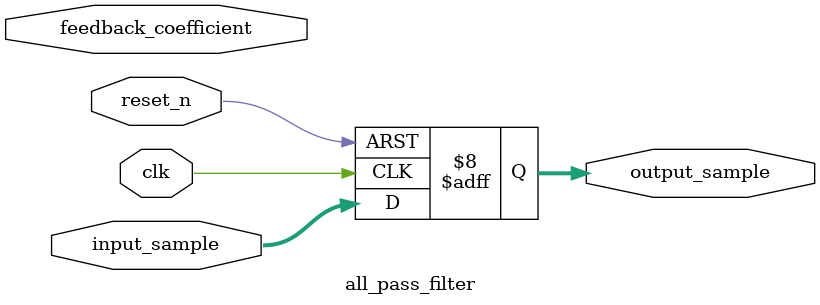
<source format=v>
module all_pass_filter(
    input clk,
    input reset_n, // 低电平有效的复位信号
    input signed [15:0] input_sample,
    input signed [11:0] feedback_coefficient, // 反馈系数
    output reg signed [15:0] output_sample
);
    reg signed [15:0] delay_element;
    reg signed[26:0]coe_delay;
    reg signed[26:0]coe_out;
    reg signed[26:0]input_fan;
    reg signed [11:0] feedback_fan;
    reg signed [15:0]process_data;
    wire signed [11:0] feedback_coefficient;
    reg signed [15:0] output_sample;
    always @(posedge clk or negedge reset_n) begin
        if (!reset_n) begin
            delay_element <= 16'd0;
            output_sample <= 16'd0;
            feedback_fan <= 12'd0;
            coe_delay<=27'd0;
             input_fan<=27'd0;
            coe_out<=27'd0;
        end else begin
            // 对无符号数执行按位取反操作
            // 将取反后的无符号数转换回有符号数
            feedback_fan <= {feedback_coefficient[11],~(feedback_coefficient[10:0])};
            coe_delay<=feedback_coefficient * delay_element;
             coe_out<=feedback_coefficient * output_sample;
              input_fan<=feedback_fan * input_sample;
              process_data<=(coe_delay>>18);
         //  output_sample <= (input_fan + coe_delay)>>16;
          // delay_element <= (input_fan - coe_out)>>16;
            output_sample <= input_sample ;//- process_data;
          delay_element <= output_sample;
        end
    end
endmodule
</source>
